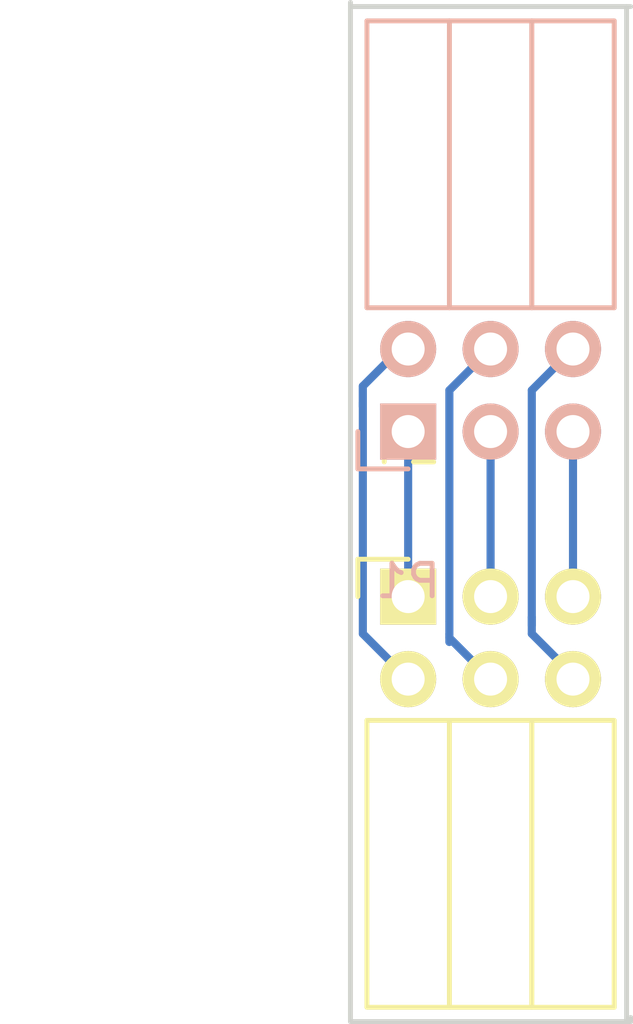
<source format=kicad_pcb>
(kicad_pcb (version 4) (host pcbnew 4.0.2-stable)

  (general
    (links 6)
    (no_connects 0)
    (area 146.736999 84.506999 158.063001 116.153001)
    (thickness 1.6)
    (drawings 5)
    (tracks 26)
    (zones 0)
    (modules 2)
    (nets 7)
  )

  (page A4)
  (layers
    (0 F.Cu signal)
    (31 B.Cu signal)
    (32 B.Adhes user)
    (33 F.Adhes user)
    (34 B.Paste user)
    (35 F.Paste user)
    (36 B.SilkS user)
    (37 F.SilkS user)
    (38 B.Mask user)
    (39 F.Mask user)
    (40 Dwgs.User user)
    (41 Cmts.User user)
    (42 Eco1.User user)
    (43 Eco2.User user)
    (44 Edge.Cuts user)
    (45 Margin user)
    (46 B.CrtYd user)
    (47 F.CrtYd user)
    (48 B.Fab user)
    (49 F.Fab user)
  )

  (setup
    (last_trace_width 0.25)
    (trace_clearance 0.2)
    (zone_clearance 0.508)
    (zone_45_only no)
    (trace_min 0.2)
    (segment_width 0.2)
    (edge_width 0.15)
    (via_size 0.6)
    (via_drill 0.4)
    (via_min_size 0.4)
    (via_min_drill 0.3)
    (uvia_size 0.3)
    (uvia_drill 0.1)
    (uvias_allowed no)
    (uvia_min_size 0.2)
    (uvia_min_drill 0.1)
    (pcb_text_width 0.3)
    (pcb_text_size 1.5 1.5)
    (mod_edge_width 0.15)
    (mod_text_size 1 1)
    (mod_text_width 0.15)
    (pad_size 1.524 1.524)
    (pad_drill 0.762)
    (pad_to_mask_clearance 0.2)
    (aux_axis_origin 0 0)
    (visible_elements 7FFFFFFF)
    (pcbplotparams
      (layerselection 0x00030_80000001)
      (usegerberextensions false)
      (excludeedgelayer true)
      (linewidth 0.100000)
      (plotframeref false)
      (viasonmask false)
      (mode 1)
      (useauxorigin false)
      (hpglpennumber 1)
      (hpglpenspeed 20)
      (hpglpendiameter 15)
      (hpglpenoverlay 2)
      (psnegative false)
      (psa4output false)
      (plotreference true)
      (plotvalue true)
      (plotinvisibletext false)
      (padsonsilk false)
      (subtractmaskfromsilk false)
      (outputformat 2)
      (mirror false)
      (drillshape 0)
      (scaleselection 1)
      (outputdirectory ""))
  )

  (net 0 "")
  (net 1 "Net-(P1-Pad1)")
  (net 2 "Net-(P1-Pad2)")
  (net 3 "Net-(P1-Pad3)")
  (net 4 "Net-(P1-Pad4)")
  (net 5 "Net-(P1-Pad5)")
  (net 6 "Net-(P1-Pad6)")

  (net_class Default "Esta es la clase de red por defecto."
    (clearance 0.2)
    (trace_width 0.25)
    (via_dia 0.6)
    (via_drill 0.4)
    (uvia_dia 0.3)
    (uvia_drill 0.1)
    (add_net "Net-(P1-Pad1)")
    (add_net "Net-(P1-Pad2)")
    (add_net "Net-(P1-Pad3)")
    (add_net "Net-(P1-Pad4)")
    (add_net "Net-(P1-Pad5)")
    (add_net "Net-(P1-Pad6)")
  )

  (module Socket_Strips:Socket_Strip_Angled_2x03 (layer B.Cu) (tedit 56E58C53) (tstamp 56E58B67)
    (at 148.59 97.79)
    (descr "Through hole socket strip")
    (tags "socket strip")
    (path /56E58C3D)
    (fp_text reference P1 (at 0 4.6) (layer B.SilkS)
      (effects (font (size 1 1) (thickness 0.15)) (justify mirror))
    )
    (fp_text value CONN_02X03 (at -7.366 -3.302) (layer B.Fab)
      (effects (font (size 1 1) (thickness 0.15)) (justify mirror))
    )
    (fp_line (start -1.75 1.35) (end -1.75 -13.15) (layer B.CrtYd) (width 0.05))
    (fp_line (start 6.85 1.35) (end 6.85 -13.15) (layer B.CrtYd) (width 0.05))
    (fp_line (start -1.75 1.35) (end 6.85 1.35) (layer B.CrtYd) (width 0.05))
    (fp_line (start -1.75 -13.15) (end 6.85 -13.15) (layer B.CrtYd) (width 0.05))
    (fp_line (start 3.81 -3.81) (end 3.81 -12.64) (layer B.SilkS) (width 0.15))
    (fp_line (start 1.27 -3.81) (end 3.81 -3.81) (layer B.SilkS) (width 0.15))
    (fp_line (start 1.27 -12.64) (end 3.81 -12.64) (layer B.SilkS) (width 0.15))
    (fp_line (start 3.81 -12.64) (end 3.81 -3.81) (layer B.SilkS) (width 0.15))
    (fp_line (start 6.35 -12.64) (end 6.35 -3.81) (layer B.SilkS) (width 0.15))
    (fp_line (start 3.81 -12.64) (end 6.35 -12.64) (layer B.SilkS) (width 0.15))
    (fp_line (start 3.81 -3.81) (end 6.35 -3.81) (layer B.SilkS) (width 0.15))
    (fp_line (start 6.35 -3.81) (end 6.35 -12.64) (layer B.SilkS) (width 0.15))
    (fp_line (start 1.27 -3.81) (end 1.27 -12.64) (layer B.SilkS) (width 0.15))
    (fp_line (start -1.27 -3.81) (end 1.27 -3.81) (layer B.SilkS) (width 0.15))
    (fp_line (start 0 1.15) (end -1.55 1.15) (layer B.SilkS) (width 0.15))
    (fp_line (start -1.55 1.15) (end -1.55 0) (layer B.SilkS) (width 0.15))
    (fp_line (start -1.27 -3.81) (end -1.27 -12.64) (layer B.SilkS) (width 0.15))
    (fp_line (start -1.27 -12.64) (end 1.27 -12.64) (layer B.SilkS) (width 0.15))
    (fp_line (start 1.27 -12.64) (end 1.27 -3.81) (layer B.SilkS) (width 0.15))
    (pad 1 thru_hole rect (at 0 0) (size 1.7272 1.7272) (drill 1.016) (layers *.Cu *.Mask B.SilkS)
      (net 1 "Net-(P1-Pad1)"))
    (pad 2 thru_hole oval (at 0 -2.54) (size 1.7272 1.7272) (drill 1.016) (layers *.Cu *.Mask B.SilkS)
      (net 2 "Net-(P1-Pad2)"))
    (pad 3 thru_hole oval (at 2.54 0) (size 1.7272 1.7272) (drill 1.016) (layers *.Cu *.Mask B.SilkS)
      (net 3 "Net-(P1-Pad3)"))
    (pad 4 thru_hole oval (at 2.54 -2.54) (size 1.7272 1.7272) (drill 1.016) (layers *.Cu *.Mask B.SilkS)
      (net 4 "Net-(P1-Pad4)"))
    (pad 5 thru_hole oval (at 5.08 0) (size 1.7272 1.7272) (drill 1.016) (layers *.Cu *.Mask B.SilkS)
      (net 5 "Net-(P1-Pad5)"))
    (pad 6 thru_hole oval (at 5.08 -2.54) (size 1.7272 1.7272) (drill 1.016) (layers *.Cu *.Mask B.SilkS)
      (net 6 "Net-(P1-Pad6)"))
    (model Socket_Strips.3dshapes/Socket_Strip_Angled_2x03.wrl
      (at (xyz 0.1 -0.05 0))
      (scale (xyz 1 1 1))
      (rotate (xyz 0 0 180))
    )
  )

  (module Socket_Strips:Socket_Strip_Angled_2x03 (layer F.Cu) (tedit 56E58C56) (tstamp 56E58B70)
    (at 148.59 102.87)
    (descr "Through hole socket strip")
    (tags "socket strip")
    (path /56E58D97)
    (fp_text reference P2 (at 0 -4.6) (layer F.SilkS)
      (effects (font (size 1 1) (thickness 0.15)))
    )
    (fp_text value CONN_02X03 (at -7.62 0.508) (layer F.Fab)
      (effects (font (size 1 1) (thickness 0.15)))
    )
    (fp_line (start -1.75 -1.35) (end -1.75 13.15) (layer F.CrtYd) (width 0.05))
    (fp_line (start 6.85 -1.35) (end 6.85 13.15) (layer F.CrtYd) (width 0.05))
    (fp_line (start -1.75 -1.35) (end 6.85 -1.35) (layer F.CrtYd) (width 0.05))
    (fp_line (start -1.75 13.15) (end 6.85 13.15) (layer F.CrtYd) (width 0.05))
    (fp_line (start 3.81 3.81) (end 3.81 12.64) (layer F.SilkS) (width 0.15))
    (fp_line (start 1.27 3.81) (end 3.81 3.81) (layer F.SilkS) (width 0.15))
    (fp_line (start 1.27 12.64) (end 3.81 12.64) (layer F.SilkS) (width 0.15))
    (fp_line (start 3.81 12.64) (end 3.81 3.81) (layer F.SilkS) (width 0.15))
    (fp_line (start 6.35 12.64) (end 6.35 3.81) (layer F.SilkS) (width 0.15))
    (fp_line (start 3.81 12.64) (end 6.35 12.64) (layer F.SilkS) (width 0.15))
    (fp_line (start 3.81 3.81) (end 6.35 3.81) (layer F.SilkS) (width 0.15))
    (fp_line (start 6.35 3.81) (end 6.35 12.64) (layer F.SilkS) (width 0.15))
    (fp_line (start 1.27 3.81) (end 1.27 12.64) (layer F.SilkS) (width 0.15))
    (fp_line (start -1.27 3.81) (end 1.27 3.81) (layer F.SilkS) (width 0.15))
    (fp_line (start 0 -1.15) (end -1.55 -1.15) (layer F.SilkS) (width 0.15))
    (fp_line (start -1.55 -1.15) (end -1.55 0) (layer F.SilkS) (width 0.15))
    (fp_line (start -1.27 3.81) (end -1.27 12.64) (layer F.SilkS) (width 0.15))
    (fp_line (start -1.27 12.64) (end 1.27 12.64) (layer F.SilkS) (width 0.15))
    (fp_line (start 1.27 12.64) (end 1.27 3.81) (layer F.SilkS) (width 0.15))
    (pad 1 thru_hole rect (at 0 0) (size 1.7272 1.7272) (drill 1.016) (layers *.Cu *.Mask F.SilkS)
      (net 1 "Net-(P1-Pad1)"))
    (pad 2 thru_hole oval (at 0 2.54) (size 1.7272 1.7272) (drill 1.016) (layers *.Cu *.Mask F.SilkS)
      (net 2 "Net-(P1-Pad2)"))
    (pad 3 thru_hole oval (at 2.54 0) (size 1.7272 1.7272) (drill 1.016) (layers *.Cu *.Mask F.SilkS)
      (net 3 "Net-(P1-Pad3)"))
    (pad 4 thru_hole oval (at 2.54 2.54) (size 1.7272 1.7272) (drill 1.016) (layers *.Cu *.Mask F.SilkS)
      (net 4 "Net-(P1-Pad4)"))
    (pad 5 thru_hole oval (at 5.08 0) (size 1.7272 1.7272) (drill 1.016) (layers *.Cu *.Mask F.SilkS)
      (net 5 "Net-(P1-Pad5)"))
    (pad 6 thru_hole oval (at 5.08 2.54) (size 1.7272 1.7272) (drill 1.016) (layers *.Cu *.Mask F.SilkS)
      (net 6 "Net-(P1-Pad6)"))
    (model Socket_Strips.3dshapes/Socket_Strip_Angled_2x03.wrl
      (at (xyz 0.1 -0.05 0))
      (scale (xyz 1 1 1))
      (rotate (xyz 0 0 180))
    )
  )

  (gr_line (start 155.321 84.709) (end 155.321 115.951) (angle 90) (layer Edge.Cuts) (width 0.15))
  (gr_line (start 155.448 115.951) (end 155.448 115.824) (angle 90) (layer Edge.Cuts) (width 0.15))
  (gr_line (start 146.812 115.951) (end 155.448 115.951) (angle 90) (layer Edge.Cuts) (width 0.15))
  (gr_line (start 146.812 84.709) (end 155.448 84.709) (angle 90) (layer Edge.Cuts) (width 0.15))
  (gr_line (start 146.812 115.951) (end 146.812 84.582) (angle 90) (layer Edge.Cuts) (width 0.15))

  (segment (start 148.59 97.79) (end 148.59 102.87) (width 0.25) (layer B.Cu) (net 1))
  (segment (start 148.59 95.25) (end 148.336 95.25) (width 0.25) (layer B.Cu) (net 2))
  (segment (start 148.336 95.25) (end 147.193 96.393) (width 0.25) (layer B.Cu) (net 2) (tstamp 56E4A682))
  (segment (start 148.59 105.41) (end 147.193 104.013) (width 0.25) (layer B.Cu) (net 2))
  (segment (start 147.193 104.013) (end 147.193 96.393) (width 0.25) (layer B.Cu) (net 2) (tstamp 56E4A725))
  (segment (start 147.193 96.393) (end 147.193 97.028) (width 0.25) (layer B.Cu) (net 2) (tstamp 56E4A688))
  (segment (start 147.193 97.028) (end 147.193 96.901) (width 0.25) (layer B.Cu) (net 2) (tstamp 56E4A68B))
  (segment (start 148.59 105.41) (end 148.082 105.41) (width 0.25) (layer B.Cu) (net 2))
  (segment (start 148.59 105.41) (end 148.59 105.283) (width 0.25) (layer B.Cu) (net 2))
  (segment (start 151.13 97.79) (end 151.13 102.87) (width 0.25) (layer B.Cu) (net 3))
  (segment (start 149.86 96.52) (end 151.13 95.25) (width 0.25) (layer B.Cu) (net 4) (tstamp 56E4A620))
  (segment (start 149.86 103.632) (end 149.86 96.52) (width 0.25) (layer B.Cu) (net 4) (tstamp 56E4A61C))
  (segment (start 149.86 104.013) (end 149.86 104.14) (width 0.25) (layer B.Cu) (net 4))
  (segment (start 149.86 104.14) (end 151.13 105.41) (width 0.25) (layer B.Cu) (net 4) (tstamp 56E4A6A7))
  (segment (start 151.13 105.41) (end 151.003 105.41) (width 0.25) (layer B.Cu) (net 4))
  (segment (start 149.86 104.267) (end 149.86 104.013) (width 0.25) (layer B.Cu) (net 4) (tstamp 56E4A64A))
  (segment (start 149.86 104.013) (end 149.86 103.632) (width 0.25) (layer B.Cu) (net 4) (tstamp 56E4A6A5))
  (segment (start 151.13 105.41) (end 151.13 104.902) (width 0.25) (layer B.Cu) (net 4))
  (segment (start 153.67 97.79) (end 153.67 102.87) (width 0.25) (layer B.Cu) (net 5))
  (segment (start 152.4 96.52) (end 153.67 95.25) (width 0.25) (layer B.Cu) (net 6) (tstamp 56E4A617))
  (segment (start 152.4 103.505) (end 152.4 104.013) (width 0.25) (layer B.Cu) (net 6))
  (segment (start 152.4 104.013) (end 153.67 105.283) (width 0.25) (layer B.Cu) (net 6) (tstamp 56E4A63E))
  (segment (start 153.67 105.283) (end 153.67 105.41) (width 0.25) (layer B.Cu) (net 6) (tstamp 56E4A63F))
  (segment (start 153.67 105.41) (end 153.67 105.029) (width 0.25) (layer B.Cu) (net 6))
  (segment (start 152.4 103.759) (end 152.4 103.505) (width 0.25) (layer B.Cu) (net 6) (tstamp 56E4A615))
  (segment (start 152.4 103.505) (end 152.4 96.52) (width 0.25) (layer B.Cu) (net 6) (tstamp 56E4A63C))

)

</source>
